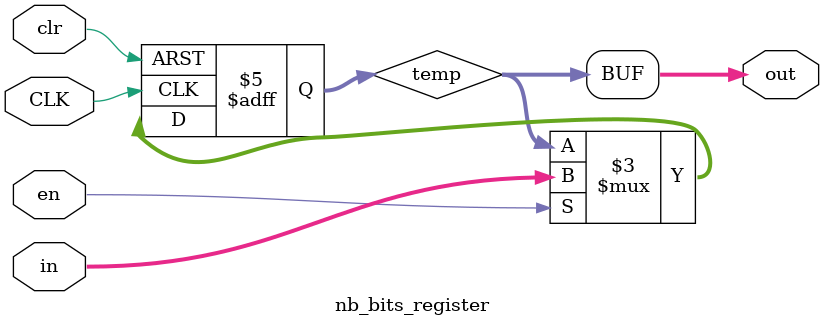
<source format=v>
`timescale 1ns / 1ps


module nb_bits_register(
    input CLK,
    input clr,
    input en,
    input [NB_BITS_WIDTH-1:0] in,
    output [NB_BITS_WIDTH-1:0] out
    );
    
    parameter N = 0;
    parameter NB_BITS_WIDTH = 2;
    
    reg [NB_BITS_WIDTH-1:0] temp;
    
    always @ (posedge CLK or posedge clr) begin
        if (clr) begin
            temp <= N;
        end
        else if (en) begin
            temp <= in;
        end
        else begin
            temp <= temp;
        end
    end
    
    assign out = temp;
    
endmodule

</source>
